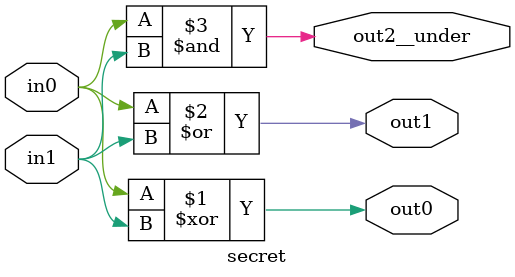
<source format=v>

`ifdef PROCESS_TOP
`define CHECK if (out0 != (in0 ^ in1) || out1 != (in0 | in1) || out2__under != (in0 & in1)) begin \
   $display("Mismatch in0:%b in1:%b out0:%b out1:%b out2:%b", in0, in1, out0, out1, out2__under); \
   $stop; \
   end

module t (/*AUTOARG*/
   // Inputs
   clk
   );
   input clk;


   logic in0, in1;
   logic out0, out1, out2__under;
   logic [31:0] count = 0;
   // actually XOR and OR and AND
   secret i_secret(.in0(in0), .in1(in1), .out0(out0), .out1(out1), .out2__under(out2__under));

   always @(posedge clk) begin
      count <= count + 32'd1;
      if (count == 32'd1) begin
         in0 <= 1'b0;
         in1 <= 1'b0;
      end else if (count == 32'd2) begin
         `CHECK
         in0 <= 1'b1;
         in1 <= 1'b0;
      end else if (count == 32'd3) begin
         `CHECK
         in0 <= 1'b0;
         in1 <= 1'b1;
      end else if (count == 32'd4) begin
         `CHECK
         in0 <= 1'b1;
         in1 <= 1'b1;
      end else if (count == 32'd5) begin
         `CHECK
         $write("*-* All Finished *-*\n");
         $finish;
      end
   end
endmodule

`else
module secret(input in0, input in1, output out0, output out1, output out2__under);
   assign out0 = in0 ^ in1;
   assign out1 = in0 | in1;
   assign out2__under = in0 & in1;
endmodule
`endif

</source>
